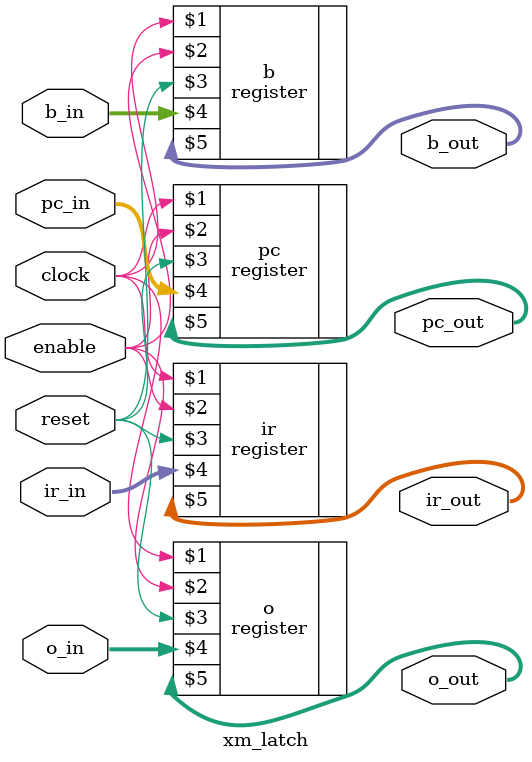
<source format=v>
module xm_latch(pc_out, o_out, b_out, ir_out, clock, enable, reset, pc_in, o_in, b_in, ir_in);
    // Inputs
    input[31:0] pc_in, o_in, b_in, ir_in;
    input clock, enable, reset;

    // Outputs
    output[31:0] pc_out, o_out, b_out, ir_out;

    // Registers for each value needed to store
    register pc(clock, enable, reset, pc_in, pc_out);
    register o(clock, enable, reset, o_in, o_out);
    register b(clock, enable, reset, b_in, b_out);
    register ir(clock, enable, reset, ir_in, ir_out);

endmodule
</source>
